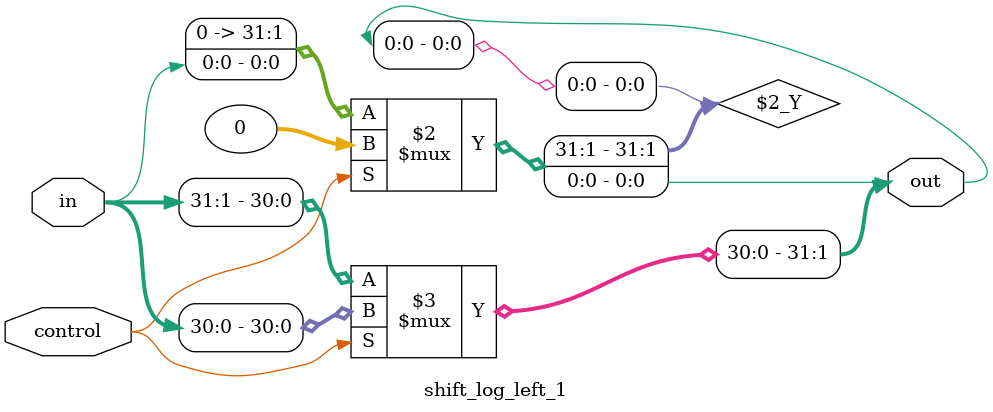
<source format=v>
module shift_log_left_1(out, in, control);
    input [31:0] in;
    input control;
    output [31:0] out;

    assign out[0] = control ? 'b0 : in[0];
    assign out[31:1] = control ? in[30:0] : in[31:1];
endmodule
</source>
